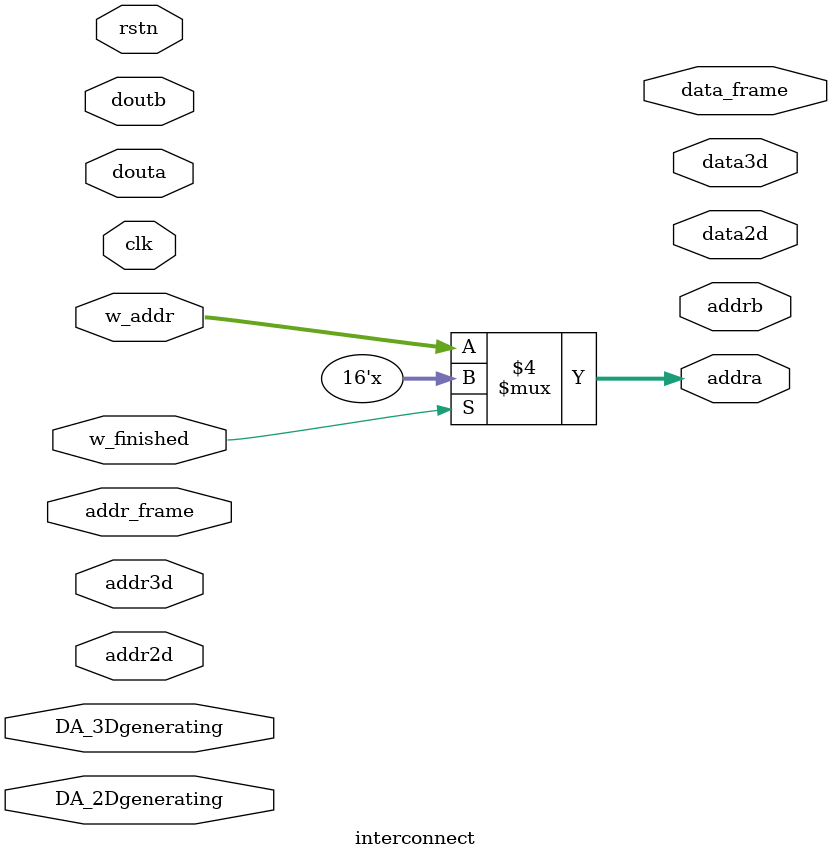
<source format=v>
`timescale 1ns / 1ps

//signal NEED to manage:
//condition:
//addr:
//data:
module interconnect(
    input clk,
    input rstn, 

    input w_finished,
    input DA_2Dgenerating,
    input DA_3Dgenerating,

    input[15:0] w_addr,
    input[15:0] addr3d,
    input[15:0] addr2d,
    input[15:0] addr_frame,

    output[15:0] addra,
    output[15:0] addrb,

    input[15:0] douta,
    input[15:0] doutb,

    output[15:0] data2d,
    output[15:0] data3d,
    output[15:0] data_frame
    );
    localparam IDLE=0;
    localparam FrameAnalyzer=1;
    localparam scan2d=2;
    localparam scan3d=3;
    localparam write_bram=4;
    reg[1:0] current_state,next_state;
    always @(*) begin
      if(!w_finished)
      begin
         addra= w_addr;
      end
    end
endmodule

</source>
